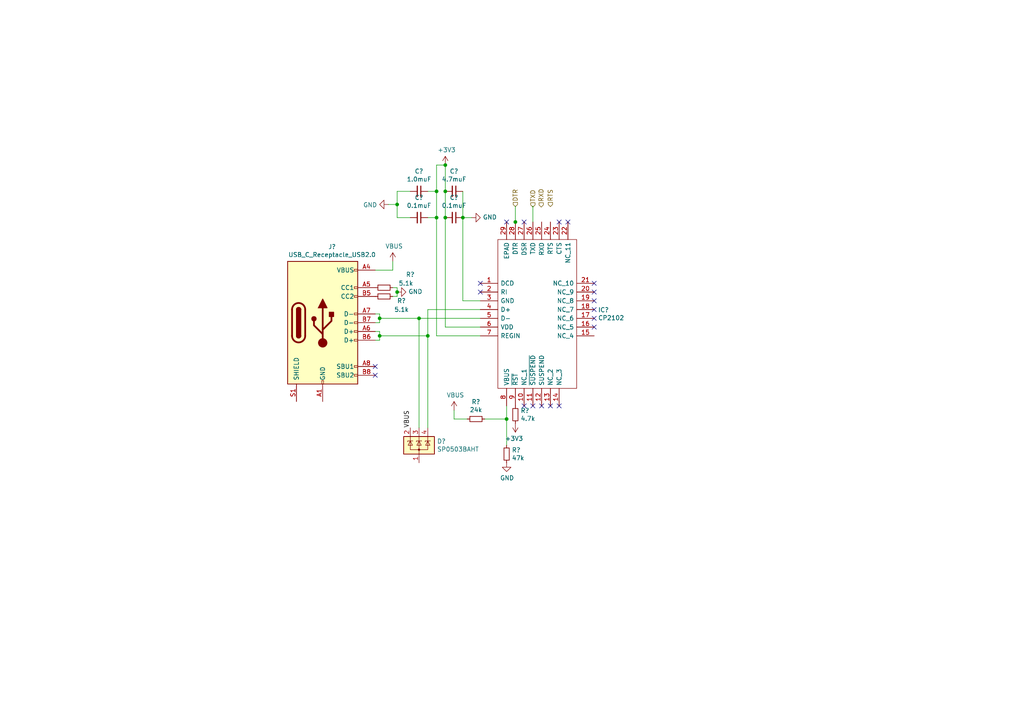
<source format=kicad_sch>
(kicad_sch (version 20211123) (generator eeschema)

  (uuid 313530c0-d6d5-4d5d-8f1d-def07249aa39)

  (paper "A4")

  (lib_symbols
    (symbol "Connector:USB_C_Receptacle_USB2.0" (pin_names (offset 1.016)) (in_bom yes) (on_board yes)
      (property "Reference" "J" (id 0) (at -10.16 19.05 0)
        (effects (font (size 1.27 1.27)) (justify left))
      )
      (property "Value" "USB_C_Receptacle_USB2.0" (id 1) (at 19.05 19.05 0)
        (effects (font (size 1.27 1.27)) (justify right))
      )
      (property "Footprint" "" (id 2) (at 3.81 0 0)
        (effects (font (size 1.27 1.27)) hide)
      )
      (property "Datasheet" "https://www.usb.org/sites/default/files/documents/usb_type-c.zip" (id 3) (at 3.81 0 0)
        (effects (font (size 1.27 1.27)) hide)
      )
      (property "ki_keywords" "usb universal serial bus type-C USB2.0" (id 4) (at 0 0 0)
        (effects (font (size 1.27 1.27)) hide)
      )
      (property "ki_description" "USB 2.0-only Type-C Receptacle connector" (id 5) (at 0 0 0)
        (effects (font (size 1.27 1.27)) hide)
      )
      (property "ki_fp_filters" "USB*C*Receptacle*" (id 6) (at 0 0 0)
        (effects (font (size 1.27 1.27)) hide)
      )
      (symbol "USB_C_Receptacle_USB2.0_0_0"
        (rectangle (start -0.254 -17.78) (end 0.254 -16.764)
          (stroke (width 0) (type default) (color 0 0 0 0))
          (fill (type none))
        )
        (rectangle (start 10.16 -14.986) (end 9.144 -15.494)
          (stroke (width 0) (type default) (color 0 0 0 0))
          (fill (type none))
        )
        (rectangle (start 10.16 -12.446) (end 9.144 -12.954)
          (stroke (width 0) (type default) (color 0 0 0 0))
          (fill (type none))
        )
        (rectangle (start 10.16 -4.826) (end 9.144 -5.334)
          (stroke (width 0) (type default) (color 0 0 0 0))
          (fill (type none))
        )
        (rectangle (start 10.16 -2.286) (end 9.144 -2.794)
          (stroke (width 0) (type default) (color 0 0 0 0))
          (fill (type none))
        )
        (rectangle (start 10.16 0.254) (end 9.144 -0.254)
          (stroke (width 0) (type default) (color 0 0 0 0))
          (fill (type none))
        )
        (rectangle (start 10.16 2.794) (end 9.144 2.286)
          (stroke (width 0) (type default) (color 0 0 0 0))
          (fill (type none))
        )
        (rectangle (start 10.16 7.874) (end 9.144 7.366)
          (stroke (width 0) (type default) (color 0 0 0 0))
          (fill (type none))
        )
        (rectangle (start 10.16 10.414) (end 9.144 9.906)
          (stroke (width 0) (type default) (color 0 0 0 0))
          (fill (type none))
        )
        (rectangle (start 10.16 15.494) (end 9.144 14.986)
          (stroke (width 0) (type default) (color 0 0 0 0))
          (fill (type none))
        )
      )
      (symbol "USB_C_Receptacle_USB2.0_0_1"
        (rectangle (start -10.16 17.78) (end 10.16 -17.78)
          (stroke (width 0.254) (type default) (color 0 0 0 0))
          (fill (type background))
        )
        (arc (start -8.89 -3.81) (mid -6.985 -5.715) (end -5.08 -3.81)
          (stroke (width 0.508) (type default) (color 0 0 0 0))
          (fill (type none))
        )
        (arc (start -7.62 -3.81) (mid -6.985 -4.445) (end -6.35 -3.81)
          (stroke (width 0.254) (type default) (color 0 0 0 0))
          (fill (type none))
        )
        (arc (start -7.62 -3.81) (mid -6.985 -4.445) (end -6.35 -3.81)
          (stroke (width 0.254) (type default) (color 0 0 0 0))
          (fill (type outline))
        )
        (rectangle (start -7.62 -3.81) (end -6.35 3.81)
          (stroke (width 0.254) (type default) (color 0 0 0 0))
          (fill (type outline))
        )
        (arc (start -6.35 3.81) (mid -6.985 4.445) (end -7.62 3.81)
          (stroke (width 0.254) (type default) (color 0 0 0 0))
          (fill (type none))
        )
        (arc (start -6.35 3.81) (mid -6.985 4.445) (end -7.62 3.81)
          (stroke (width 0.254) (type default) (color 0 0 0 0))
          (fill (type outline))
        )
        (arc (start -5.08 3.81) (mid -6.985 5.715) (end -8.89 3.81)
          (stroke (width 0.508) (type default) (color 0 0 0 0))
          (fill (type none))
        )
        (circle (center -2.54 1.143) (radius 0.635)
          (stroke (width 0.254) (type default) (color 0 0 0 0))
          (fill (type outline))
        )
        (circle (center 0 -5.842) (radius 1.27)
          (stroke (width 0) (type default) (color 0 0 0 0))
          (fill (type outline))
        )
        (polyline
          (pts
            (xy -8.89 -3.81)
            (xy -8.89 3.81)
          )
          (stroke (width 0.508) (type default) (color 0 0 0 0))
          (fill (type none))
        )
        (polyline
          (pts
            (xy -5.08 3.81)
            (xy -5.08 -3.81)
          )
          (stroke (width 0.508) (type default) (color 0 0 0 0))
          (fill (type none))
        )
        (polyline
          (pts
            (xy 0 -5.842)
            (xy 0 4.318)
          )
          (stroke (width 0.508) (type default) (color 0 0 0 0))
          (fill (type none))
        )
        (polyline
          (pts
            (xy 0 -3.302)
            (xy -2.54 -0.762)
            (xy -2.54 0.508)
          )
          (stroke (width 0.508) (type default) (color 0 0 0 0))
          (fill (type none))
        )
        (polyline
          (pts
            (xy 0 -2.032)
            (xy 2.54 0.508)
            (xy 2.54 1.778)
          )
          (stroke (width 0.508) (type default) (color 0 0 0 0))
          (fill (type none))
        )
        (polyline
          (pts
            (xy -1.27 4.318)
            (xy 0 6.858)
            (xy 1.27 4.318)
            (xy -1.27 4.318)
          )
          (stroke (width 0.254) (type default) (color 0 0 0 0))
          (fill (type outline))
        )
        (rectangle (start 1.905 1.778) (end 3.175 3.048)
          (stroke (width 0.254) (type default) (color 0 0 0 0))
          (fill (type outline))
        )
      )
      (symbol "USB_C_Receptacle_USB2.0_1_1"
        (pin passive line (at 0 -22.86 90) (length 5.08)
          (name "GND" (effects (font (size 1.27 1.27))))
          (number "A1" (effects (font (size 1.27 1.27))))
        )
        (pin passive line (at 0 -22.86 90) (length 5.08) hide
          (name "GND" (effects (font (size 1.27 1.27))))
          (number "A12" (effects (font (size 1.27 1.27))))
        )
        (pin passive line (at 15.24 15.24 180) (length 5.08)
          (name "VBUS" (effects (font (size 1.27 1.27))))
          (number "A4" (effects (font (size 1.27 1.27))))
        )
        (pin bidirectional line (at 15.24 10.16 180) (length 5.08)
          (name "CC1" (effects (font (size 1.27 1.27))))
          (number "A5" (effects (font (size 1.27 1.27))))
        )
        (pin bidirectional line (at 15.24 -2.54 180) (length 5.08)
          (name "D+" (effects (font (size 1.27 1.27))))
          (number "A6" (effects (font (size 1.27 1.27))))
        )
        (pin bidirectional line (at 15.24 2.54 180) (length 5.08)
          (name "D-" (effects (font (size 1.27 1.27))))
          (number "A7" (effects (font (size 1.27 1.27))))
        )
        (pin bidirectional line (at 15.24 -12.7 180) (length 5.08)
          (name "SBU1" (effects (font (size 1.27 1.27))))
          (number "A8" (effects (font (size 1.27 1.27))))
        )
        (pin passive line (at 15.24 15.24 180) (length 5.08) hide
          (name "VBUS" (effects (font (size 1.27 1.27))))
          (number "A9" (effects (font (size 1.27 1.27))))
        )
        (pin passive line (at 0 -22.86 90) (length 5.08) hide
          (name "GND" (effects (font (size 1.27 1.27))))
          (number "B1" (effects (font (size 1.27 1.27))))
        )
        (pin passive line (at 0 -22.86 90) (length 5.08) hide
          (name "GND" (effects (font (size 1.27 1.27))))
          (number "B12" (effects (font (size 1.27 1.27))))
        )
        (pin passive line (at 15.24 15.24 180) (length 5.08) hide
          (name "VBUS" (effects (font (size 1.27 1.27))))
          (number "B4" (effects (font (size 1.27 1.27))))
        )
        (pin bidirectional line (at 15.24 7.62 180) (length 5.08)
          (name "CC2" (effects (font (size 1.27 1.27))))
          (number "B5" (effects (font (size 1.27 1.27))))
        )
        (pin bidirectional line (at 15.24 -5.08 180) (length 5.08)
          (name "D+" (effects (font (size 1.27 1.27))))
          (number "B6" (effects (font (size 1.27 1.27))))
        )
        (pin bidirectional line (at 15.24 0 180) (length 5.08)
          (name "D-" (effects (font (size 1.27 1.27))))
          (number "B7" (effects (font (size 1.27 1.27))))
        )
        (pin bidirectional line (at 15.24 -15.24 180) (length 5.08)
          (name "SBU2" (effects (font (size 1.27 1.27))))
          (number "B8" (effects (font (size 1.27 1.27))))
        )
        (pin passive line (at 15.24 15.24 180) (length 5.08) hide
          (name "VBUS" (effects (font (size 1.27 1.27))))
          (number "B9" (effects (font (size 1.27 1.27))))
        )
        (pin passive line (at -7.62 -22.86 90) (length 5.08)
          (name "SHIELD" (effects (font (size 1.27 1.27))))
          (number "S1" (effects (font (size 1.27 1.27))))
        )
      )
    )
    (symbol "Device:C_Small" (pin_numbers hide) (pin_names (offset 0.254) hide) (in_bom yes) (on_board yes)
      (property "Reference" "C" (id 0) (at 0.254 1.778 0)
        (effects (font (size 1.27 1.27)) (justify left))
      )
      (property "Value" "C_Small" (id 1) (at 0.254 -2.032 0)
        (effects (font (size 1.27 1.27)) (justify left))
      )
      (property "Footprint" "" (id 2) (at 0 0 0)
        (effects (font (size 1.27 1.27)) hide)
      )
      (property "Datasheet" "~" (id 3) (at 0 0 0)
        (effects (font (size 1.27 1.27)) hide)
      )
      (property "ki_keywords" "capacitor cap" (id 4) (at 0 0 0)
        (effects (font (size 1.27 1.27)) hide)
      )
      (property "ki_description" "Unpolarized capacitor, small symbol" (id 5) (at 0 0 0)
        (effects (font (size 1.27 1.27)) hide)
      )
      (property "ki_fp_filters" "C_*" (id 6) (at 0 0 0)
        (effects (font (size 1.27 1.27)) hide)
      )
      (symbol "C_Small_0_1"
        (polyline
          (pts
            (xy -1.524 -0.508)
            (xy 1.524 -0.508)
          )
          (stroke (width 0.3302) (type default) (color 0 0 0 0))
          (fill (type none))
        )
        (polyline
          (pts
            (xy -1.524 0.508)
            (xy 1.524 0.508)
          )
          (stroke (width 0.3048) (type default) (color 0 0 0 0))
          (fill (type none))
        )
      )
      (symbol "C_Small_1_1"
        (pin passive line (at 0 2.54 270) (length 2.032)
          (name "~" (effects (font (size 1.27 1.27))))
          (number "1" (effects (font (size 1.27 1.27))))
        )
        (pin passive line (at 0 -2.54 90) (length 2.032)
          (name "~" (effects (font (size 1.27 1.27))))
          (number "2" (effects (font (size 1.27 1.27))))
        )
      )
    )
    (symbol "Device:R_Small" (pin_numbers hide) (pin_names (offset 0.254) hide) (in_bom yes) (on_board yes)
      (property "Reference" "R" (id 0) (at 0.762 0.508 0)
        (effects (font (size 1.27 1.27)) (justify left))
      )
      (property "Value" "R_Small" (id 1) (at 0.762 -1.016 0)
        (effects (font (size 1.27 1.27)) (justify left))
      )
      (property "Footprint" "" (id 2) (at 0 0 0)
        (effects (font (size 1.27 1.27)) hide)
      )
      (property "Datasheet" "~" (id 3) (at 0 0 0)
        (effects (font (size 1.27 1.27)) hide)
      )
      (property "ki_keywords" "R resistor" (id 4) (at 0 0 0)
        (effects (font (size 1.27 1.27)) hide)
      )
      (property "ki_description" "Resistor, small symbol" (id 5) (at 0 0 0)
        (effects (font (size 1.27 1.27)) hide)
      )
      (property "ki_fp_filters" "R_*" (id 6) (at 0 0 0)
        (effects (font (size 1.27 1.27)) hide)
      )
      (symbol "R_Small_0_1"
        (rectangle (start -0.762 1.778) (end 0.762 -1.778)
          (stroke (width 0.2032) (type default) (color 0 0 0 0))
          (fill (type none))
        )
      )
      (symbol "R_Small_1_1"
        (pin passive line (at 0 2.54 270) (length 0.762)
          (name "~" (effects (font (size 1.27 1.27))))
          (number "1" (effects (font (size 1.27 1.27))))
        )
        (pin passive line (at 0 -2.54 90) (length 0.762)
          (name "~" (effects (font (size 1.27 1.27))))
          (number "2" (effects (font (size 1.27 1.27))))
        )
      )
    )
    (symbol "Power_Protection:SP0503BAHT" (pin_names hide) (in_bom yes) (on_board yes)
      (property "Reference" "D" (id 0) (at 5.715 2.54 0)
        (effects (font (size 1.27 1.27)) (justify left))
      )
      (property "Value" "SP0503BAHT" (id 1) (at 5.715 0.635 0)
        (effects (font (size 1.27 1.27)) (justify left))
      )
      (property "Footprint" "Package_TO_SOT_SMD:SOT-143" (id 2) (at 5.715 -1.27 0)
        (effects (font (size 1.27 1.27)) (justify left) hide)
      )
      (property "Datasheet" "http://www.littelfuse.com/~/media/files/littelfuse/technical%20resources/documents/data%20sheets/sp05xxba.pdf" (id 3) (at 3.175 3.175 0)
        (effects (font (size 1.27 1.27)) hide)
      )
      (property "ki_keywords" "usb esd protection suppression transient" (id 4) (at 0 0 0)
        (effects (font (size 1.27 1.27)) hide)
      )
      (property "ki_description" "TVS Diode Array, 5.5V Standoff, 3 Channels, SOT-143 package" (id 5) (at 0 0 0)
        (effects (font (size 1.27 1.27)) hide)
      )
      (property "ki_fp_filters" "SOT?143*" (id 6) (at 0 0 0)
        (effects (font (size 1.27 1.27)) hide)
      )
      (symbol "SP0503BAHT_0_0"
        (pin passive line (at 0 -5.08 90) (length 2.54)
          (name "A" (effects (font (size 1.27 1.27))))
          (number "1" (effects (font (size 1.27 1.27))))
        )
      )
      (symbol "SP0503BAHT_0_1"
        (rectangle (start -4.445 2.54) (end 4.445 -2.54)
          (stroke (width 0.254) (type default) (color 0 0 0 0))
          (fill (type background))
        )
        (circle (center 0 -1.27) (radius 0.254)
          (stroke (width 0) (type default) (color 0 0 0 0))
          (fill (type outline))
        )
        (polyline
          (pts
            (xy -2.54 2.54)
            (xy -2.54 1.27)
          )
          (stroke (width 0) (type default) (color 0 0 0 0))
          (fill (type none))
        )
        (polyline
          (pts
            (xy 0 -1.27)
            (xy 0 -2.54)
          )
          (stroke (width 0) (type default) (color 0 0 0 0))
          (fill (type none))
        )
        (polyline
          (pts
            (xy 0 -1.27)
            (xy 0 1.27)
          )
          (stroke (width 0) (type default) (color 0 0 0 0))
          (fill (type none))
        )
        (polyline
          (pts
            (xy 0 2.54)
            (xy 0 1.27)
          )
          (stroke (width 0) (type default) (color 0 0 0 0))
          (fill (type none))
        )
        (polyline
          (pts
            (xy 0.635 1.27)
            (xy 0.762 1.27)
          )
          (stroke (width 0) (type default) (color 0 0 0 0))
          (fill (type none))
        )
        (polyline
          (pts
            (xy 2.54 2.54)
            (xy 2.54 1.27)
          )
          (stroke (width 0) (type default) (color 0 0 0 0))
          (fill (type none))
        )
        (polyline
          (pts
            (xy 0.635 1.27)
            (xy -0.762 1.27)
            (xy -0.762 1.016)
          )
          (stroke (width 0) (type default) (color 0 0 0 0))
          (fill (type none))
        )
        (polyline
          (pts
            (xy -3.302 1.016)
            (xy -3.302 1.27)
            (xy -1.905 1.27)
            (xy -1.778 1.27)
          )
          (stroke (width 0) (type default) (color 0 0 0 0))
          (fill (type none))
        )
        (polyline
          (pts
            (xy -2.54 1.27)
            (xy -2.54 -1.27)
            (xy 2.54 -1.27)
            (xy 2.54 1.27)
          )
          (stroke (width 0) (type default) (color 0 0 0 0))
          (fill (type none))
        )
        (polyline
          (pts
            (xy -2.54 1.27)
            (xy -1.905 0)
            (xy -3.175 0)
            (xy -2.54 1.27)
          )
          (stroke (width 0) (type default) (color 0 0 0 0))
          (fill (type none))
        )
        (polyline
          (pts
            (xy 0.635 0)
            (xy -0.635 0)
            (xy 0 1.27)
            (xy 0.635 0)
          )
          (stroke (width 0) (type default) (color 0 0 0 0))
          (fill (type none))
        )
        (polyline
          (pts
            (xy 1.778 1.016)
            (xy 1.778 1.27)
            (xy 3.175 1.27)
            (xy 3.302 1.27)
          )
          (stroke (width 0) (type default) (color 0 0 0 0))
          (fill (type none))
        )
        (polyline
          (pts
            (xy 2.54 1.27)
            (xy 1.905 0)
            (xy 3.175 0)
            (xy 2.54 1.27)
          )
          (stroke (width 0) (type default) (color 0 0 0 0))
          (fill (type none))
        )
      )
      (symbol "SP0503BAHT_1_1"
        (pin passive line (at -2.54 5.08 270) (length 2.54)
          (name "K" (effects (font (size 1.27 1.27))))
          (number "2" (effects (font (size 1.27 1.27))))
        )
        (pin passive line (at 0 5.08 270) (length 2.54)
          (name "K" (effects (font (size 1.27 1.27))))
          (number "3" (effects (font (size 1.27 1.27))))
        )
        (pin passive line (at 2.54 5.08 270) (length 2.54)
          (name "K" (effects (font (size 1.27 1.27))))
          (number "4" (effects (font (size 1.27 1.27))))
        )
      )
    )
    (symbol "iclr:CP2102" (pin_names (offset 0.762)) (in_bom yes) (on_board yes)
      (property "Reference" "IC" (id 0) (at 29.21 17.78 0)
        (effects (font (size 1.27 1.27)) (justify left))
      )
      (property "Value" "CP2102" (id 1) (at 29.21 15.24 0)
        (effects (font (size 1.27 1.27)) (justify left))
      )
      (property "Footprint" "QFN50P500X500X100-29N-D" (id 2) (at 29.21 12.7 0)
        (effects (font (size 1.27 1.27)) (justify left) hide)
      )
      (property "Datasheet" "https://componentsearchengine.com/Datasheets/1/CP2102.pdf" (id 3) (at 29.21 10.16 0)
        (effects (font (size 1.27 1.27)) (justify left) hide)
      )
      (property "Description" "USB Interface IC" (id 4) (at 29.21 7.62 0)
        (effects (font (size 1.27 1.27)) (justify left) hide)
      )
      (property "Height" "1" (id 5) (at 29.21 5.08 0)
        (effects (font (size 1.27 1.27)) (justify left) hide)
      )
      (property "Manufacturer_Name" "Silicon Labs" (id 6) (at 29.21 2.54 0)
        (effects (font (size 1.27 1.27)) (justify left) hide)
      )
      (property "Manufacturer_Part_Number" "CP2102" (id 7) (at 29.21 0 0)
        (effects (font (size 1.27 1.27)) (justify left) hide)
      )
      (property "Mouser Part Number" "634-CP2102" (id 8) (at 29.21 -2.54 0)
        (effects (font (size 1.27 1.27)) (justify left) hide)
      )
      (property "Mouser Price/Stock" "https://www.mouser.co.uk/ProductDetail/Silicon-Labs/CP2102?qs=ucY0lxHzU7615lOm95XT0w%3D%3D" (id 9) (at 29.21 -5.08 0)
        (effects (font (size 1.27 1.27)) (justify left) hide)
      )
      (property "ki_description" "USB Interface IC" (id 10) (at 0 0 0)
        (effects (font (size 1.27 1.27)) hide)
      )
      (symbol "CP2102_0_0"
        (pin passive line (at 0 0 0) (length 5.08)
          (name "DCD" (effects (font (size 1.27 1.27))))
          (number "1" (effects (font (size 1.27 1.27))))
        )
        (pin passive line (at 12.7 -35.56 90) (length 5.08)
          (name "NC_1" (effects (font (size 1.27 1.27))))
          (number "10" (effects (font (size 1.27 1.27))))
        )
        (pin passive line (at 15.24 -35.56 90) (length 5.08)
          (name "~{SUSPEND}" (effects (font (size 1.27 1.27))))
          (number "11" (effects (font (size 1.27 1.27))))
        )
        (pin passive line (at 17.78 -35.56 90) (length 5.08)
          (name "SUSPEND" (effects (font (size 1.27 1.27))))
          (number "12" (effects (font (size 1.27 1.27))))
        )
        (pin passive line (at 20.32 -35.56 90) (length 5.08)
          (name "NC_2" (effects (font (size 1.27 1.27))))
          (number "13" (effects (font (size 1.27 1.27))))
        )
        (pin passive line (at 22.86 -35.56 90) (length 5.08)
          (name "NC_3" (effects (font (size 1.27 1.27))))
          (number "14" (effects (font (size 1.27 1.27))))
        )
        (pin passive line (at 33.02 -15.24 180) (length 5.08)
          (name "NC_4" (effects (font (size 1.27 1.27))))
          (number "15" (effects (font (size 1.27 1.27))))
        )
        (pin passive line (at 33.02 -12.7 180) (length 5.08)
          (name "NC_5" (effects (font (size 1.27 1.27))))
          (number "16" (effects (font (size 1.27 1.27))))
        )
        (pin passive line (at 33.02 -10.16 180) (length 5.08)
          (name "NC_6" (effects (font (size 1.27 1.27))))
          (number "17" (effects (font (size 1.27 1.27))))
        )
        (pin passive line (at 33.02 -7.62 180) (length 5.08)
          (name "NC_7" (effects (font (size 1.27 1.27))))
          (number "18" (effects (font (size 1.27 1.27))))
        )
        (pin passive line (at 33.02 -5.08 180) (length 5.08)
          (name "NC_8" (effects (font (size 1.27 1.27))))
          (number "19" (effects (font (size 1.27 1.27))))
        )
        (pin passive line (at 0 -2.54 0) (length 5.08)
          (name "RI" (effects (font (size 1.27 1.27))))
          (number "2" (effects (font (size 1.27 1.27))))
        )
        (pin passive line (at 33.02 -2.54 180) (length 5.08)
          (name "NC_9" (effects (font (size 1.27 1.27))))
          (number "20" (effects (font (size 1.27 1.27))))
        )
        (pin passive line (at 33.02 0 180) (length 5.08)
          (name "NC_10" (effects (font (size 1.27 1.27))))
          (number "21" (effects (font (size 1.27 1.27))))
        )
        (pin passive line (at 25.4 17.78 270) (length 5.08)
          (name "NC_11" (effects (font (size 1.27 1.27))))
          (number "22" (effects (font (size 1.27 1.27))))
        )
        (pin passive line (at 22.86 17.78 270) (length 5.08)
          (name "CTS" (effects (font (size 1.27 1.27))))
          (number "23" (effects (font (size 1.27 1.27))))
        )
        (pin passive line (at 20.32 17.78 270) (length 5.08)
          (name "RTS" (effects (font (size 1.27 1.27))))
          (number "24" (effects (font (size 1.27 1.27))))
        )
        (pin passive line (at 17.78 17.78 270) (length 5.08)
          (name "RXD" (effects (font (size 1.27 1.27))))
          (number "25" (effects (font (size 1.27 1.27))))
        )
        (pin passive line (at 15.24 17.78 270) (length 5.08)
          (name "TXD" (effects (font (size 1.27 1.27))))
          (number "26" (effects (font (size 1.27 1.27))))
        )
        (pin passive line (at 12.7 17.78 270) (length 5.08)
          (name "DSR" (effects (font (size 1.27 1.27))))
          (number "27" (effects (font (size 1.27 1.27))))
        )
        (pin passive line (at 10.16 17.78 270) (length 5.08)
          (name "DTR" (effects (font (size 1.27 1.27))))
          (number "28" (effects (font (size 1.27 1.27))))
        )
        (pin passive line (at 7.62 17.78 270) (length 5.08)
          (name "EPAD" (effects (font (size 1.27 1.27))))
          (number "29" (effects (font (size 1.27 1.27))))
        )
        (pin passive line (at 0 -5.08 0) (length 5.08)
          (name "GND" (effects (font (size 1.27 1.27))))
          (number "3" (effects (font (size 1.27 1.27))))
        )
        (pin passive line (at 0 -7.62 0) (length 5.08)
          (name "D+" (effects (font (size 1.27 1.27))))
          (number "4" (effects (font (size 1.27 1.27))))
        )
        (pin passive line (at 0 -10.16 0) (length 5.08)
          (name "D-" (effects (font (size 1.27 1.27))))
          (number "5" (effects (font (size 1.27 1.27))))
        )
        (pin passive line (at 0 -12.7 0) (length 5.08)
          (name "VDD" (effects (font (size 1.27 1.27))))
          (number "6" (effects (font (size 1.27 1.27))))
        )
        (pin passive line (at 0 -15.24 0) (length 5.08)
          (name "REGIN" (effects (font (size 1.27 1.27))))
          (number "7" (effects (font (size 1.27 1.27))))
        )
        (pin passive line (at 7.62 -35.56 90) (length 5.08)
          (name "VBUS" (effects (font (size 1.27 1.27))))
          (number "8" (effects (font (size 1.27 1.27))))
        )
        (pin passive line (at 10.16 -35.56 90) (length 5.08)
          (name "~{RST}" (effects (font (size 1.27 1.27))))
          (number "9" (effects (font (size 1.27 1.27))))
        )
      )
      (symbol "CP2102_0_1"
        (polyline
          (pts
            (xy 5.08 12.7)
            (xy 27.94 12.7)
            (xy 27.94 -30.48)
            (xy 5.08 -30.48)
            (xy 5.08 12.7)
          )
          (stroke (width 0.1524) (type default) (color 0 0 0 0))
          (fill (type none))
        )
      )
    )
    (symbol "power:+3.3V" (power) (pin_names (offset 0)) (in_bom yes) (on_board yes)
      (property "Reference" "#PWR" (id 0) (at 0 -3.81 0)
        (effects (font (size 1.27 1.27)) hide)
      )
      (property "Value" "+3.3V" (id 1) (at 0 3.556 0)
        (effects (font (size 1.27 1.27)))
      )
      (property "Footprint" "" (id 2) (at 0 0 0)
        (effects (font (size 1.27 1.27)) hide)
      )
      (property "Datasheet" "" (id 3) (at 0 0 0)
        (effects (font (size 1.27 1.27)) hide)
      )
      (property "ki_keywords" "power-flag" (id 4) (at 0 0 0)
        (effects (font (size 1.27 1.27)) hide)
      )
      (property "ki_description" "Power symbol creates a global label with name \"+3.3V\"" (id 5) (at 0 0 0)
        (effects (font (size 1.27 1.27)) hide)
      )
      (symbol "+3.3V_0_1"
        (polyline
          (pts
            (xy -0.762 1.27)
            (xy 0 2.54)
          )
          (stroke (width 0) (type default) (color 0 0 0 0))
          (fill (type none))
        )
        (polyline
          (pts
            (xy 0 0)
            (xy 0 2.54)
          )
          (stroke (width 0) (type default) (color 0 0 0 0))
          (fill (type none))
        )
        (polyline
          (pts
            (xy 0 2.54)
            (xy 0.762 1.27)
          )
          (stroke (width 0) (type default) (color 0 0 0 0))
          (fill (type none))
        )
      )
      (symbol "+3.3V_1_1"
        (pin power_in line (at 0 0 90) (length 0) hide
          (name "+3V3" (effects (font (size 1.27 1.27))))
          (number "1" (effects (font (size 1.27 1.27))))
        )
      )
    )
    (symbol "power:GND" (power) (pin_names (offset 0)) (in_bom yes) (on_board yes)
      (property "Reference" "#PWR" (id 0) (at 0 -6.35 0)
        (effects (font (size 1.27 1.27)) hide)
      )
      (property "Value" "GND" (id 1) (at 0 -3.81 0)
        (effects (font (size 1.27 1.27)))
      )
      (property "Footprint" "" (id 2) (at 0 0 0)
        (effects (font (size 1.27 1.27)) hide)
      )
      (property "Datasheet" "" (id 3) (at 0 0 0)
        (effects (font (size 1.27 1.27)) hide)
      )
      (property "ki_keywords" "power-flag" (id 4) (at 0 0 0)
        (effects (font (size 1.27 1.27)) hide)
      )
      (property "ki_description" "Power symbol creates a global label with name \"GND\" , ground" (id 5) (at 0 0 0)
        (effects (font (size 1.27 1.27)) hide)
      )
      (symbol "GND_0_1"
        (polyline
          (pts
            (xy 0 0)
            (xy 0 -1.27)
            (xy 1.27 -1.27)
            (xy 0 -2.54)
            (xy -1.27 -1.27)
            (xy 0 -1.27)
          )
          (stroke (width 0) (type default) (color 0 0 0 0))
          (fill (type none))
        )
      )
      (symbol "GND_1_1"
        (pin power_in line (at 0 0 270) (length 0) hide
          (name "GND" (effects (font (size 1.27 1.27))))
          (number "1" (effects (font (size 1.27 1.27))))
        )
      )
    )
    (symbol "power:VBUS" (power) (pin_names (offset 0)) (in_bom yes) (on_board yes)
      (property "Reference" "#PWR" (id 0) (at 0 -3.81 0)
        (effects (font (size 1.27 1.27)) hide)
      )
      (property "Value" "VBUS" (id 1) (at 0 3.81 0)
        (effects (font (size 1.27 1.27)))
      )
      (property "Footprint" "" (id 2) (at 0 0 0)
        (effects (font (size 1.27 1.27)) hide)
      )
      (property "Datasheet" "" (id 3) (at 0 0 0)
        (effects (font (size 1.27 1.27)) hide)
      )
      (property "ki_keywords" "power-flag" (id 4) (at 0 0 0)
        (effects (font (size 1.27 1.27)) hide)
      )
      (property "ki_description" "Power symbol creates a global label with name \"VBUS\"" (id 5) (at 0 0 0)
        (effects (font (size 1.27 1.27)) hide)
      )
      (symbol "VBUS_0_1"
        (polyline
          (pts
            (xy -0.762 1.27)
            (xy 0 2.54)
          )
          (stroke (width 0) (type default) (color 0 0 0 0))
          (fill (type none))
        )
        (polyline
          (pts
            (xy 0 0)
            (xy 0 2.54)
          )
          (stroke (width 0) (type default) (color 0 0 0 0))
          (fill (type none))
        )
        (polyline
          (pts
            (xy 0 2.54)
            (xy 0.762 1.27)
          )
          (stroke (width 0) (type default) (color 0 0 0 0))
          (fill (type none))
        )
      )
      (symbol "VBUS_1_1"
        (pin power_in line (at 0 0 90) (length 0) hide
          (name "VBUS" (effects (font (size 1.27 1.27))))
          (number "1" (effects (font (size 1.27 1.27))))
        )
      )
    )
  )

  (junction (at 121.539 92.329) (diameter 0) (color 0 0 0 0)
    (uuid 16120cef-f140-4c5a-a97b-1b66f47121c6)
  )
  (junction (at 129.159 63.119) (diameter 0) (color 0 0 0 0)
    (uuid 18f21aac-4a87-43d3-a1a2-26b77828a930)
  )
  (junction (at 146.939 121.539) (diameter 0) (color 0 0 0 0)
    (uuid 1c29b3e8-5e6e-43f9-817b-e1628b7d5376)
  )
  (junction (at 110.109 97.409) (diameter 0) (color 0 0 0 0)
    (uuid 48dc974a-e1b5-4656-b1ee-1ed4f0c2896b)
  )
  (junction (at 115.189 59.309) (diameter 0) (color 0 0 0 0)
    (uuid 4936daab-87ad-422b-b2aa-4c1e6cb463e6)
  )
  (junction (at 126.619 55.499) (diameter 0) (color 0 0 0 0)
    (uuid 9206abc1-a095-477c-af9b-23ed1abdf9a5)
  )
  (junction (at 134.239 63.119) (diameter 0) (color 0 0 0 0)
    (uuid a22b78da-ae50-47b2-8f45-011df489b79b)
  )
  (junction (at 110.109 92.329) (diameter 0) (color 0 0 0 0)
    (uuid a5b742f3-f79e-4eab-98b1-2a8b131ffd3e)
  )
  (junction (at 115.189 84.709) (diameter 0) (color 0 0 0 0)
    (uuid ac0e8ce3-0c4f-43f9-9ab9-0ad4d5de4711)
  )
  (junction (at 124.079 97.409) (diameter 0) (color 0 0 0 0)
    (uuid b7127976-bbfa-403a-8998-9b6fbfd3a732)
  )
  (junction (at 126.619 63.119) (diameter 0) (color 0 0 0 0)
    (uuid bc2a6774-22ad-4979-adcc-c101f68ebb51)
  )
  (junction (at 149.479 64.389) (diameter 0) (color 0 0 0 0)
    (uuid d0ecfd1e-4afc-43fe-bc50-3093d11dd098)
  )
  (junction (at 129.159 55.499) (diameter 0) (color 0 0 0 0)
    (uuid dea9e512-9945-4073-82b6-d3fe72f942ef)
  )
  (junction (at 129.159 47.879) (diameter 0) (color 0 0 0 0)
    (uuid fced4cc4-c3d9-4818-9180-22738122b250)
  )

  (no_connect (at 172.339 82.169) (uuid 0491b144-f0a3-4d5d-9946-8536328db40a))
  (no_connect (at 139.319 82.169) (uuid 0ecb979c-7a4f-409d-9dc0-d23ce239d948))
  (no_connect (at 154.559 117.729) (uuid 16cc9288-2f90-4f86-8b6e-6a9c7de22557))
  (no_connect (at 139.319 84.709) (uuid 265c9e1a-61ef-4c8b-99b9-df5655e75f76))
  (no_connect (at 108.839 108.839) (uuid 38847e00-666d-4419-96b5-5d8019e0ed53))
  (no_connect (at 172.339 84.709) (uuid 46185e03-5168-41d3-98ba-38babc06c3ba))
  (no_connect (at 162.179 117.729) (uuid 55a0d1da-2c6a-4997-abd8-15f0724fe33b))
  (no_connect (at 172.339 92.329) (uuid 55c5be08-c9b3-40c5-b92f-7e638d7e63ee))
  (no_connect (at 164.719 64.389) (uuid 75088919-041f-4c1d-a2b8-7b0cd6927400))
  (no_connect (at 172.339 87.249) (uuid 7a2fa402-3ed9-4b9b-ab5b-40b04dcb7d2a))
  (no_connect (at 152.019 64.389) (uuid 7e6fce2f-5805-4f0d-9d49-b98859fd15a7))
  (no_connect (at 146.939 64.389) (uuid 889be9bf-bc7a-4a95-8063-13a928aed362))
  (no_connect (at 108.839 106.299) (uuid a0b08ad4-39e7-47e6-8c82-a38ec7d998b2))
  (no_connect (at 162.179 64.389) (uuid a748923f-4a31-471d-8037-d911656272a3))
  (no_connect (at 172.339 89.789) (uuid b3188816-09d3-439c-98ae-910a6de4a3be))
  (no_connect (at 157.099 117.729) (uuid c1429f6a-e092-4667-8a8b-bde018d3f4d3))
  (no_connect (at 159.639 117.729) (uuid c6e03d69-3b57-4242-987e-617ae3e99df4))
  (no_connect (at 152.019 117.729) (uuid e9b10680-d02d-418a-a66f-31076c79be10))
  (no_connect (at 172.339 94.869) (uuid fc5455f0-9f16-4674-a046-bf7734e9f5b8))

  (wire (pts (xy 110.109 92.329) (xy 110.109 93.599))
    (stroke (width 0) (type default) (color 0 0 0 0))
    (uuid 0731282d-d301-44e9-9695-aa41790843fa)
  )
  (wire (pts (xy 110.109 91.059) (xy 110.109 92.329))
    (stroke (width 0) (type default) (color 0 0 0 0))
    (uuid 18a6a6fa-7e7e-4839-abf8-d8ab2a813e55)
  )
  (wire (pts (xy 154.432 59.817) (xy 154.559 59.817))
    (stroke (width 0) (type default) (color 0 0 0 0))
    (uuid 19024c39-ee5c-45d7-901c-a0c973c1e921)
  )
  (wire (pts (xy 126.619 63.119) (xy 126.619 55.499))
    (stroke (width 0) (type default) (color 0 0 0 0))
    (uuid 1eaaf0f8-f7cd-447a-a897-4a5f9b7f569b)
  )
  (wire (pts (xy 115.189 83.439) (xy 115.189 84.709))
    (stroke (width 0) (type default) (color 0 0 0 0))
    (uuid 3599987d-dd58-415c-81c6-0f3c5336daee)
  )
  (wire (pts (xy 149.479 64.389) (xy 149.479 64.643))
    (stroke (width 0) (type default) (color 0 0 0 0))
    (uuid 363a9443-8bf0-466f-bbe9-a0d86e63aa3d)
  )
  (wire (pts (xy 126.619 55.499) (xy 126.619 47.879))
    (stroke (width 0) (type default) (color 0 0 0 0))
    (uuid 3865a852-8375-4606-809e-f25068e998fb)
  )
  (wire (pts (xy 139.319 97.409) (xy 126.619 97.409))
    (stroke (width 0) (type default) (color 0 0 0 0))
    (uuid 3bbe6a1d-96f1-494a-b935-f7bb68461f0f)
  )
  (wire (pts (xy 126.619 47.879) (xy 129.159 47.879))
    (stroke (width 0) (type default) (color 0 0 0 0))
    (uuid 419f863a-5a0b-4a00-9870-f066d81cc4e1)
  )
  (wire (pts (xy 113.919 83.439) (xy 115.189 83.439))
    (stroke (width 0) (type default) (color 0 0 0 0))
    (uuid 427aa9d6-e998-4da6-91fa-7d5a0801f566)
  )
  (wire (pts (xy 110.109 97.409) (xy 110.109 98.679))
    (stroke (width 0) (type default) (color 0 0 0 0))
    (uuid 48f35a83-cca6-4ff5-aa70-f875da4c2d2f)
  )
  (wire (pts (xy 139.319 94.869) (xy 129.159 94.869))
    (stroke (width 0) (type default) (color 0 0 0 0))
    (uuid 4f364622-9d70-4c4a-b261-b8fc907c2bd6)
  )
  (wire (pts (xy 136.779 63.119) (xy 134.239 63.119))
    (stroke (width 0) (type default) (color 0 0 0 0))
    (uuid 50e590f6-53e9-4b86-b9f9-0b3d544c59d9)
  )
  (wire (pts (xy 154.559 64.389) (xy 154.559 59.817))
    (stroke (width 0) (type default) (color 0 0 0 0))
    (uuid 51d9bd26-2687-4664-81d9-ff496cbceccb)
  )
  (wire (pts (xy 115.189 63.119) (xy 118.999 63.119))
    (stroke (width 0) (type default) (color 0 0 0 0))
    (uuid 548bd154-819b-42db-a014-8e685035b65a)
  )
  (wire (pts (xy 131.699 121.539) (xy 135.509 121.539))
    (stroke (width 0) (type default) (color 0 0 0 0))
    (uuid 54dc09fb-becf-4481-88d7-c6c2ac3fe6df)
  )
  (wire (pts (xy 134.239 63.119) (xy 134.239 87.249))
    (stroke (width 0) (type default) (color 0 0 0 0))
    (uuid 557b1840-af4a-49e4-a679-1f1f5422ed55)
  )
  (wire (pts (xy 124.079 89.789) (xy 139.319 89.789))
    (stroke (width 0) (type default) (color 0 0 0 0))
    (uuid 697fe063-3f61-4af8-9e92-d4f79be169d4)
  )
  (wire (pts (xy 134.239 55.499) (xy 134.239 63.119))
    (stroke (width 0) (type default) (color 0 0 0 0))
    (uuid 6dc40ad6-e921-498b-a1f5-8c1acccb0688)
  )
  (wire (pts (xy 118.999 55.499) (xy 115.189 55.499))
    (stroke (width 0) (type default) (color 0 0 0 0))
    (uuid 743073e6-fb42-4935-b0ad-3b453235ec35)
  )
  (wire (pts (xy 134.239 87.249) (xy 139.319 87.249))
    (stroke (width 0) (type default) (color 0 0 0 0))
    (uuid 76640845-36a3-44c6-8890-ffce1a9ba757)
  )
  (wire (pts (xy 110.109 96.139) (xy 110.109 97.409))
    (stroke (width 0) (type default) (color 0 0 0 0))
    (uuid 7b5eb791-14dd-4f8b-9d81-55fbfb0198a8)
  )
  (wire (pts (xy 146.939 121.539) (xy 146.939 129.159))
    (stroke (width 0) (type default) (color 0 0 0 0))
    (uuid 839d67c9-992b-4d9d-8bee-f180c82473d1)
  )
  (wire (pts (xy 149.479 59.817) (xy 149.479 64.389))
    (stroke (width 0) (type default) (color 0 0 0 0))
    (uuid 8acbd9c7-742b-416a-944f-955005c0150f)
  )
  (wire (pts (xy 115.189 85.979) (xy 113.919 85.979))
    (stroke (width 0) (type default) (color 0 0 0 0))
    (uuid 8e026fee-5cf2-4f90-93b9-f250090d8b37)
  )
  (wire (pts (xy 110.109 97.409) (xy 124.079 97.409))
    (stroke (width 0) (type default) (color 0 0 0 0))
    (uuid 8ec48f3b-5c8e-4dfc-8bc8-606b660e5664)
  )
  (wire (pts (xy 129.159 94.869) (xy 129.159 63.119))
    (stroke (width 0) (type default) (color 0 0 0 0))
    (uuid 9007217c-91a6-47dd-9bbf-55a5ef9818a3)
  )
  (wire (pts (xy 115.189 84.709) (xy 115.189 85.979))
    (stroke (width 0) (type default) (color 0 0 0 0))
    (uuid 9a194194-76e1-4df6-b32f-30f61b492de0)
  )
  (wire (pts (xy 113.919 78.359) (xy 113.919 75.819))
    (stroke (width 0) (type default) (color 0 0 0 0))
    (uuid 9fb734cc-b170-47bd-9e75-57b6ea379ba1)
  )
  (wire (pts (xy 126.619 55.499) (xy 124.079 55.499))
    (stroke (width 0) (type default) (color 0 0 0 0))
    (uuid a03d0f3d-c3fe-4e03-bb94-bcc91c33fae5)
  )
  (wire (pts (xy 126.619 97.409) (xy 126.619 63.119))
    (stroke (width 0) (type default) (color 0 0 0 0))
    (uuid a366c4fa-2270-4551-b2e9-4f8ddd8a3776)
  )
  (wire (pts (xy 110.109 93.599) (xy 108.839 93.599))
    (stroke (width 0) (type default) (color 0 0 0 0))
    (uuid a75ae150-8a5b-4981-9fed-29d3e6cf02a0)
  )
  (wire (pts (xy 124.079 97.409) (xy 124.079 89.789))
    (stroke (width 0) (type default) (color 0 0 0 0))
    (uuid a82aead3-1c28-4bb1-af24-ec0cc6d09193)
  )
  (wire (pts (xy 129.159 63.119) (xy 129.159 55.499))
    (stroke (width 0) (type default) (color 0 0 0 0))
    (uuid aa359e50-44ac-4a5a-b926-757899987f96)
  )
  (wire (pts (xy 124.079 97.409) (xy 124.079 124.079))
    (stroke (width 0) (type default) (color 0 0 0 0))
    (uuid b0be13f4-7a23-4b37-9260-443accd9cba8)
  )
  (wire (pts (xy 140.589 121.539) (xy 146.939 121.539))
    (stroke (width 0) (type default) (color 0 0 0 0))
    (uuid b65a8839-6d75-4581-b3f8-213aefdf1be6)
  )
  (wire (pts (xy 131.699 121.539) (xy 131.699 118.999))
    (stroke (width 0) (type default) (color 0 0 0 0))
    (uuid b6a6433c-f816-4b82-96bf-4aebf518aa2f)
  )
  (wire (pts (xy 121.539 92.329) (xy 121.539 124.079))
    (stroke (width 0) (type default) (color 0 0 0 0))
    (uuid bd2b03d3-7e3b-463f-8f61-4407863a9ba9)
  )
  (wire (pts (xy 110.109 92.329) (xy 121.539 92.329))
    (stroke (width 0) (type default) (color 0 0 0 0))
    (uuid bf3f2f8b-374a-402c-9535-545bd1c1e241)
  )
  (wire (pts (xy 129.159 47.879) (xy 129.159 55.499))
    (stroke (width 0) (type default) (color 0 0 0 0))
    (uuid bfbb6f2d-8021-42ec-acb0-5173112ac375)
  )
  (wire (pts (xy 108.839 96.139) (xy 110.109 96.139))
    (stroke (width 0) (type default) (color 0 0 0 0))
    (uuid c4da4f3a-2b00-480b-8433-ae19508ec41f)
  )
  (wire (pts (xy 121.539 92.329) (xy 139.319 92.329))
    (stroke (width 0) (type default) (color 0 0 0 0))
    (uuid c66fd03a-304d-4ccf-a7b5-a6e16da0cf94)
  )
  (wire (pts (xy 115.189 59.309) (xy 115.189 63.119))
    (stroke (width 0) (type default) (color 0 0 0 0))
    (uuid c90f81af-6b36-409b-9ff6-3fcb16f11f97)
  )
  (wire (pts (xy 108.839 78.359) (xy 113.919 78.359))
    (stroke (width 0) (type default) (color 0 0 0 0))
    (uuid d0df5f81-4fcf-4bc9-a1dd-e56e02c93b9c)
  )
  (wire (pts (xy 115.189 55.499) (xy 115.189 59.309))
    (stroke (width 0) (type default) (color 0 0 0 0))
    (uuid d6494526-0248-4861-8646-45bf874fcf6a)
  )
  (wire (pts (xy 110.109 98.679) (xy 108.839 98.679))
    (stroke (width 0) (type default) (color 0 0 0 0))
    (uuid d8c4fbab-9c9f-4cd6-8b59-6d70e4f756d5)
  )
  (wire (pts (xy 146.939 121.539) (xy 146.939 117.729))
    (stroke (width 0) (type default) (color 0 0 0 0))
    (uuid e498ef5b-e9a9-4e2b-8d69-a346389d55c0)
  )
  (wire (pts (xy 115.189 59.309) (xy 112.649 59.309))
    (stroke (width 0) (type default) (color 0 0 0 0))
    (uuid eca36748-7a52-4057-9cd6-5964aef071a4)
  )
  (wire (pts (xy 126.619 63.119) (xy 124.079 63.119))
    (stroke (width 0) (type default) (color 0 0 0 0))
    (uuid f35a29ae-5da5-43b1-be34-cb382387be2d)
  )
  (wire (pts (xy 108.839 91.059) (xy 110.109 91.059))
    (stroke (width 0) (type default) (color 0 0 0 0))
    (uuid fa5f4b23-d85f-4d7d-bac6-658be964bb86)
  )

  (label "VBUS" (at 118.999 124.079 90)
    (effects (font (size 1.27 1.27)) (justify left bottom))
    (uuid dad998fb-b89c-4cc0-8dd4-efc0862158c1)
  )

  (hierarchical_label "DTR" (shape input) (at 149.479 59.944 90)
    (effects (font (size 1.27 1.27)) (justify left))
    (uuid b3e02f18-8f12-496d-88f3-6e55ad7e8277)
  )
  (hierarchical_label "RXD" (shape input) (at 156.972 60.071 90)
    (effects (font (size 1.27 1.27)) (justify left))
    (uuid ca42cc89-51dc-417d-9d74-d88fa5ac4fcc)
  )
  (hierarchical_label "RTS" (shape input) (at 159.639 59.944 90)
    (effects (font (size 1.27 1.27)) (justify left))
    (uuid e5871204-ecd5-4ba0-8ae7-115d6af7de77)
  )
  (hierarchical_label "TXD" (shape input) (at 154.559 60.071 90)
    (effects (font (size 1.27 1.27)) (justify left))
    (uuid e8ff72e8-701d-4ef6-b596-ff6c37c08ea7)
  )

  (symbol (lib_id "Device:C_Small") (at 121.539 55.499 270) (unit 1)
    (in_bom yes) (on_board yes)
    (uuid 23d7c986-ca1f-4e54-a551-aae82e6382e3)
    (property "Reference" "C?" (id 0) (at 121.539 49.6824 90))
    (property "Value" "1.0muF" (id 1) (at 121.539 51.9938 90))
    (property "Footprint" "" (id 2) (at 121.539 55.499 0)
      (effects (font (size 1.27 1.27)) hide)
    )
    (property "Datasheet" "~" (id 3) (at 121.539 55.499 0)
      (effects (font (size 1.27 1.27)) hide)
    )
    (pin "1" (uuid 997399fd-295e-45f7-b355-4cbad21dc3a8))
    (pin "2" (uuid fad45f37-f352-402d-975a-b3654b65bcde))
  )

  (symbol (lib_id "power:VBUS") (at 131.699 118.999 0) (unit 1)
    (in_bom yes) (on_board yes)
    (uuid 2babf0b2-4f51-471c-886e-e5ff6f4f1378)
    (property "Reference" "#PWR?" (id 0) (at 131.699 122.809 0)
      (effects (font (size 1.27 1.27)) hide)
    )
    (property "Value" "VBUS" (id 1) (at 132.08 114.6048 0))
    (property "Footprint" "" (id 2) (at 131.699 118.999 0)
      (effects (font (size 1.27 1.27)) hide)
    )
    (property "Datasheet" "" (id 3) (at 131.699 118.999 0)
      (effects (font (size 1.27 1.27)) hide)
    )
    (pin "1" (uuid 8fe1b51c-813d-483d-9b3a-b42a4834d162))
  )

  (symbol (lib_id "power:GND") (at 112.649 59.309 270) (unit 1)
    (in_bom yes) (on_board yes)
    (uuid 2cade80e-dc7c-4b6f-92e2-3e5c39751e19)
    (property "Reference" "#PWR?" (id 0) (at 106.299 59.309 0)
      (effects (font (size 1.27 1.27)) hide)
    )
    (property "Value" "GND" (id 1) (at 109.3978 59.436 90)
      (effects (font (size 1.27 1.27)) (justify right))
    )
    (property "Footprint" "" (id 2) (at 112.649 59.309 0)
      (effects (font (size 1.27 1.27)) hide)
    )
    (property "Datasheet" "" (id 3) (at 112.649 59.309 0)
      (effects (font (size 1.27 1.27)) hide)
    )
    (pin "1" (uuid f206900d-eb9f-4dc4-b280-fb271cba3e05))
  )

  (symbol (lib_id "power:GND") (at 136.779 63.119 90) (unit 1)
    (in_bom yes) (on_board yes)
    (uuid 31dab7c6-ecdb-4efd-b6f5-9fc0da5ec545)
    (property "Reference" "#PWR?" (id 0) (at 143.129 63.119 0)
      (effects (font (size 1.27 1.27)) hide)
    )
    (property "Value" "GND" (id 1) (at 140.0302 62.992 90)
      (effects (font (size 1.27 1.27)) (justify right))
    )
    (property "Footprint" "" (id 2) (at 136.779 63.119 0)
      (effects (font (size 1.27 1.27)) hide)
    )
    (property "Datasheet" "" (id 3) (at 136.779 63.119 0)
      (effects (font (size 1.27 1.27)) hide)
    )
    (pin "1" (uuid 4029b53c-7c40-42ba-9959-627f3384b477))
  )

  (symbol (lib_id "Device:R_Small") (at 146.939 131.699 180) (unit 1)
    (in_bom yes) (on_board yes)
    (uuid 3fdc1205-170d-4bad-a583-c2274b810ac0)
    (property "Reference" "R?" (id 0) (at 148.4376 130.5306 0)
      (effects (font (size 1.27 1.27)) (justify right))
    )
    (property "Value" "47k" (id 1) (at 148.4376 132.842 0)
      (effects (font (size 1.27 1.27)) (justify right))
    )
    (property "Footprint" "" (id 2) (at 146.939 131.699 0)
      (effects (font (size 1.27 1.27)) hide)
    )
    (property "Datasheet" "~" (id 3) (at 146.939 131.699 0)
      (effects (font (size 1.27 1.27)) hide)
    )
    (pin "1" (uuid 8d5dcac7-0ca3-47b3-b0d6-95dfddc0a1ad))
    (pin "2" (uuid 7213f912-695a-4804-93ca-860c266c2583))
  )

  (symbol (lib_id "Device:C_Small") (at 131.699 63.119 270) (unit 1)
    (in_bom yes) (on_board yes)
    (uuid 400c7a12-6a3b-4007-bebb-25fa9d8ef61f)
    (property "Reference" "C?" (id 0) (at 131.699 57.3024 90))
    (property "Value" "0.1muF" (id 1) (at 131.699 59.6138 90))
    (property "Footprint" "" (id 2) (at 131.699 63.119 0)
      (effects (font (size 1.27 1.27)) hide)
    )
    (property "Datasheet" "~" (id 3) (at 131.699 63.119 0)
      (effects (font (size 1.27 1.27)) hide)
    )
    (pin "1" (uuid 6753fb15-6b58-43d8-83e1-ebcb9e2515e3))
    (pin "2" (uuid c500017d-0fc8-497d-a0b5-573cf317a1f0))
  )

  (symbol (lib_id "power:GND") (at 115.189 84.709 90) (unit 1)
    (in_bom yes) (on_board yes)
    (uuid 5b143561-1a97-4458-adc9-ad22ebe9d9fc)
    (property "Reference" "#PWR?" (id 0) (at 121.539 84.709 0)
      (effects (font (size 1.27 1.27)) hide)
    )
    (property "Value" "GND" (id 1) (at 118.4402 84.582 90)
      (effects (font (size 1.27 1.27)) (justify right))
    )
    (property "Footprint" "" (id 2) (at 115.189 84.709 0)
      (effects (font (size 1.27 1.27)) hide)
    )
    (property "Datasheet" "" (id 3) (at 115.189 84.709 0)
      (effects (font (size 1.27 1.27)) hide)
    )
    (pin "1" (uuid 2ba1c230-7ffe-40c2-bb11-1561e5cff9f0))
  )

  (symbol (lib_id "power:+3.3V") (at 149.479 122.809 180) (unit 1)
    (in_bom yes) (on_board yes)
    (uuid 5bf85790-4294-4e1f-a566-40989fc2a6c1)
    (property "Reference" "#PWR?" (id 0) (at 149.479 118.999 0)
      (effects (font (size 1.27 1.27)) hide)
    )
    (property "Value" "+3.3V" (id 1) (at 149.098 127.2032 0))
    (property "Footprint" "" (id 2) (at 149.479 122.809 0)
      (effects (font (size 1.27 1.27)) hide)
    )
    (property "Datasheet" "" (id 3) (at 149.479 122.809 0)
      (effects (font (size 1.27 1.27)) hide)
    )
    (pin "1" (uuid 1ffa599a-7f6b-498b-b020-e8e04cf82b95))
  )

  (symbol (lib_id "Device:C_Small") (at 121.539 63.119 270) (unit 1)
    (in_bom yes) (on_board yes)
    (uuid 65f4545e-2c6b-471f-b9ab-89113820d1d3)
    (property "Reference" "C?" (id 0) (at 121.539 57.3024 90))
    (property "Value" "0.1muF" (id 1) (at 121.539 59.6138 90))
    (property "Footprint" "" (id 2) (at 121.539 63.119 0)
      (effects (font (size 1.27 1.27)) hide)
    )
    (property "Datasheet" "~" (id 3) (at 121.539 63.119 0)
      (effects (font (size 1.27 1.27)) hide)
    )
    (pin "1" (uuid 00816c65-ade9-4d81-94a0-1d2e890fbcfe))
    (pin "2" (uuid 95fd8d91-72dc-4f67-8cbd-49bc9c606d87))
  )

  (symbol (lib_id "Device:C_Small") (at 131.699 55.499 270) (unit 1)
    (in_bom yes) (on_board yes)
    (uuid 7b633069-15e7-469d-9ced-ad8bd45a7acd)
    (property "Reference" "C?" (id 0) (at 131.699 49.6824 90))
    (property "Value" "4.7muF" (id 1) (at 131.699 51.9938 90))
    (property "Footprint" "" (id 2) (at 131.699 55.499 0)
      (effects (font (size 1.27 1.27)) hide)
    )
    (property "Datasheet" "~" (id 3) (at 131.699 55.499 0)
      (effects (font (size 1.27 1.27)) hide)
    )
    (pin "1" (uuid 4b27276c-a020-47a0-9598-13004eb56bbc))
    (pin "2" (uuid 5b005225-d055-4973-87ca-04ecb2cc92fd))
  )

  (symbol (lib_id "Device:R_Small") (at 138.049 121.539 90) (unit 1)
    (in_bom yes) (on_board yes)
    (uuid 7e3b3cf8-4aae-4b66-854b-9074464bdcac)
    (property "Reference" "R?" (id 0) (at 138.049 116.5606 90))
    (property "Value" "24k" (id 1) (at 138.049 118.872 90))
    (property "Footprint" "" (id 2) (at 138.049 121.539 0)
      (effects (font (size 1.27 1.27)) hide)
    )
    (property "Datasheet" "~" (id 3) (at 138.049 121.539 0)
      (effects (font (size 1.27 1.27)) hide)
    )
    (pin "1" (uuid d5a5948f-7931-41d6-8fd5-e74e7218ad6a))
    (pin "2" (uuid 4479a794-2d7b-4540-9a0a-be6a92485855))
  )

  (symbol (lib_id "power:VBUS") (at 113.919 75.819 0) (unit 1)
    (in_bom yes) (on_board yes)
    (uuid 8e9fe9d3-3e6c-4332-ac1a-deb442358cd5)
    (property "Reference" "#PWR?" (id 0) (at 113.919 79.629 0)
      (effects (font (size 1.27 1.27)) hide)
    )
    (property "Value" "VBUS" (id 1) (at 114.3 71.4248 0))
    (property "Footprint" "" (id 2) (at 113.919 75.819 0)
      (effects (font (size 1.27 1.27)) hide)
    )
    (property "Datasheet" "" (id 3) (at 113.919 75.819 0)
      (effects (font (size 1.27 1.27)) hide)
    )
    (pin "1" (uuid 29d619e1-0e3f-4ab7-9cd9-745d43850311))
  )

  (symbol (lib_id "power:GND") (at 146.939 134.239 0) (unit 1)
    (in_bom yes) (on_board yes)
    (uuid 9160bd7c-b1e8-4696-a277-d1ed726202fe)
    (property "Reference" "#PWR?" (id 0) (at 146.939 140.589 0)
      (effects (font (size 1.27 1.27)) hide)
    )
    (property "Value" "GND" (id 1) (at 147.066 138.6332 0))
    (property "Footprint" "" (id 2) (at 146.939 134.239 0)
      (effects (font (size 1.27 1.27)) hide)
    )
    (property "Datasheet" "" (id 3) (at 146.939 134.239 0)
      (effects (font (size 1.27 1.27)) hide)
    )
    (pin "1" (uuid 8ab99e8f-2f82-48ee-8bf9-bf07876cf96c))
  )

  (symbol (lib_id "Device:R_Small") (at 111.379 83.439 270) (unit 1)
    (in_bom yes) (on_board yes)
    (uuid a97adbbf-7a4b-4c74-8340-d0fb219e42dc)
    (property "Reference" "R?" (id 0) (at 118.999 79.629 90))
    (property "Value" "5.1k" (id 1) (at 117.729 82.169 90))
    (property "Footprint" "" (id 2) (at 111.379 83.439 0)
      (effects (font (size 1.27 1.27)) hide)
    )
    (property "Datasheet" "~" (id 3) (at 111.379 83.439 0)
      (effects (font (size 1.27 1.27)) hide)
    )
    (pin "1" (uuid a7d6a5f7-da4d-4254-9f04-e0b99069c8ad))
    (pin "2" (uuid 5727b10b-c690-48d8-94ea-3ef5ba9e8e3b))
  )

  (symbol (lib_id "Power_Protection:SP0503BAHT") (at 121.539 129.159 0) (unit 1)
    (in_bom yes) (on_board yes)
    (uuid af422a5f-7c49-4665-b72f-14a8b722fbee)
    (property "Reference" "D?" (id 0) (at 126.746 127.9906 0)
      (effects (font (size 1.27 1.27)) (justify left))
    )
    (property "Value" "SP0503BAHT" (id 1) (at 126.746 130.302 0)
      (effects (font (size 1.27 1.27)) (justify left))
    )
    (property "Footprint" "Package_TO_SOT_SMD:SOT-143" (id 2) (at 127.254 130.429 0)
      (effects (font (size 1.27 1.27)) (justify left) hide)
    )
    (property "Datasheet" "http://www.littelfuse.com/~/media/files/littelfuse/technical%20resources/documents/data%20sheets/sp05xxba.pdf" (id 3) (at 124.714 125.984 0)
      (effects (font (size 1.27 1.27)) hide)
    )
    (pin "1" (uuid 63a0939b-6567-46d2-a101-4d79d84ec80d))
    (pin "2" (uuid 2943a394-6d2a-4724-9337-7a8c8d89b171))
    (pin "3" (uuid b17af7f3-a858-4169-8fc8-5f51df1965cc))
    (pin "4" (uuid 5e148cc3-3303-42cf-90b8-e4ee7b783186))
  )

  (symbol (lib_id "iclr:CP2102") (at 139.319 82.169 0) (unit 1)
    (in_bom yes) (on_board yes)
    (uuid b2b64254-1dda-41e5-8c17-5f747eac523c)
    (property "Reference" "IC?" (id 0) (at 173.4566 89.8906 0)
      (effects (font (size 1.27 1.27)) (justify left))
    )
    (property "Value" "CP2102" (id 1) (at 173.4566 92.202 0)
      (effects (font (size 1.27 1.27)) (justify left))
    )
    (property "Footprint" "QFN50P500X500X100-29N-D" (id 2) (at 168.529 69.469 0)
      (effects (font (size 1.27 1.27)) (justify left) hide)
    )
    (property "Datasheet" "https://componentsearchengine.com/Datasheets/1/CP2102.pdf" (id 3) (at 168.529 72.009 0)
      (effects (font (size 1.27 1.27)) (justify left) hide)
    )
    (property "Description" "USB Interface IC" (id 4) (at 168.529 74.549 0)
      (effects (font (size 1.27 1.27)) (justify left) hide)
    )
    (property "Height" "1" (id 5) (at 168.529 77.089 0)
      (effects (font (size 1.27 1.27)) (justify left) hide)
    )
    (property "Manufacturer_Name" "Silicon Labs" (id 6) (at 168.529 79.629 0)
      (effects (font (size 1.27 1.27)) (justify left) hide)
    )
    (property "Manufacturer_Part_Number" "CP2102" (id 7) (at 168.529 82.169 0)
      (effects (font (size 1.27 1.27)) (justify left) hide)
    )
    (property "Mouser Part Number" "634-CP2102" (id 8) (at 168.529 84.709 0)
      (effects (font (size 1.27 1.27)) (justify left) hide)
    )
    (property "Mouser Price/Stock" "https://www.mouser.co.uk/ProductDetail/Silicon-Labs/CP2102?qs=ucY0lxHzU7615lOm95XT0w%3D%3D" (id 9) (at 168.529 87.249 0)
      (effects (font (size 1.27 1.27)) (justify left) hide)
    )
    (pin "1" (uuid 82937ff1-13d6-4e9e-902a-fa8546c8412d))
    (pin "10" (uuid a43e64e7-87d1-4c6d-adc3-4cdcffeea618))
    (pin "11" (uuid 514d6ae7-d013-4d42-acf7-b646b84d84e8))
    (pin "12" (uuid c0beedd1-4286-4603-bc1f-2be50b74fdfa))
    (pin "13" (uuid 46eb8c64-642f-4b03-9f9b-2dbb177f31da))
    (pin "14" (uuid ea99270f-b729-4558-9f12-9bf33849d3f6))
    (pin "15" (uuid 3207676b-ec6a-44dd-833c-5c5052625338))
    (pin "16" (uuid 1772092f-7f49-475b-ba79-713c0962dc7e))
    (pin "17" (uuid 78a31083-5fcb-4b8b-94b5-f9c2cc38de2b))
    (pin "18" (uuid 129ca98a-9fa4-4068-9924-c1d00ebfe917))
    (pin "19" (uuid d2e9e44f-9e94-46ae-a067-35c65566210d))
    (pin "2" (uuid 34e04860-0169-4bbd-8058-25fde9672465))
    (pin "20" (uuid d99293e0-63d4-4ce2-817b-08b078b45f8a))
    (pin "21" (uuid 7f2909e2-02a6-43fe-89c8-6c62bb0441cb))
    (pin "22" (uuid da9e0afa-cbc7-453d-b831-39646b965212))
    (pin "23" (uuid f901235e-92d8-4da9-b870-8ca9fd460d33))
    (pin "24" (uuid dde0cae9-9f4f-417e-b9e3-9860226af5fc))
    (pin "25" (uuid eb5d2904-59e2-4b8e-b06f-92aea540af7b))
    (pin "26" (uuid 8721ae6a-e30c-4115-856f-6f7fc6a03377))
    (pin "27" (uuid 780d1bee-9401-4770-8cdf-b67fa7f053ca))
    (pin "28" (uuid 7dd3d384-9dc0-4c11-a463-9af8c2d3f886))
    (pin "29" (uuid 1ba23b8e-8c34-4209-92e2-70eabba6ee14))
    (pin "3" (uuid 3e37c652-89cd-4a54-a347-3ca1c142f8ba))
    (pin "4" (uuid 102a6993-b6e6-44ab-89e4-1c06022fe226))
    (pin "5" (uuid 50e83388-d157-4147-9b50-698eee4a2f3a))
    (pin "6" (uuid b77704fb-cbae-4a6d-baf7-6069fef71f98))
    (pin "7" (uuid 16514efe-bea7-4336-9c60-4176d9643ad7))
    (pin "8" (uuid 2ccf2e41-da11-4330-9955-28a5a5be6b2a))
    (pin "9" (uuid 41755a75-270c-4c33-8c9f-a3e4374a1b45))
  )

  (symbol (lib_id "power:+3.3V") (at 129.159 47.879 0) (unit 1)
    (in_bom yes) (on_board yes)
    (uuid b3eace1a-8e3b-4ab2-9e5a-cfb096644465)
    (property "Reference" "#PWR?" (id 0) (at 129.159 51.689 0)
      (effects (font (size 1.27 1.27)) hide)
    )
    (property "Value" "+3.3V" (id 1) (at 129.54 43.4848 0))
    (property "Footprint" "" (id 2) (at 129.159 47.879 0)
      (effects (font (size 1.27 1.27)) hide)
    )
    (property "Datasheet" "" (id 3) (at 129.159 47.879 0)
      (effects (font (size 1.27 1.27)) hide)
    )
    (pin "1" (uuid 62ce50fc-df5f-4d98-8c64-21373ae4358d))
  )

  (symbol (lib_id "Device:R_Small") (at 111.379 85.979 270) (unit 1)
    (in_bom yes) (on_board yes)
    (uuid bcc5df80-5ff7-4cd0-ab07-1de903427559)
    (property "Reference" "R?" (id 0) (at 116.459 87.249 90))
    (property "Value" "5.1k" (id 1) (at 116.459 89.789 90))
    (property "Footprint" "" (id 2) (at 111.379 85.979 0)
      (effects (font (size 1.27 1.27)) hide)
    )
    (property "Datasheet" "~" (id 3) (at 111.379 85.979 0)
      (effects (font (size 1.27 1.27)) hide)
    )
    (pin "1" (uuid 04aa180a-1076-4731-ba16-d085fe2a468e))
    (pin "2" (uuid 3da0c24a-13f1-4962-8da9-67281de18d71))
  )

  (symbol (lib_id "Connector:USB_C_Receptacle_USB2.0") (at 93.599 93.599 0) (unit 1)
    (in_bom yes) (on_board yes)
    (uuid d82d0c3d-8175-498a-9ba8-78724c6071e8)
    (property "Reference" "J?" (id 0) (at 96.3168 71.5772 0))
    (property "Value" "USB_C_Receptacle_USB2.0" (id 1) (at 96.3168 73.8886 0))
    (property "Footprint" "" (id 2) (at 97.409 93.599 0)
      (effects (font (size 1.27 1.27)) hide)
    )
    (property "Datasheet" "https://www.usb.org/sites/default/files/documents/usb_type-c.zip" (id 3) (at 97.409 93.599 0)
      (effects (font (size 1.27 1.27)) hide)
    )
    (pin "A1" (uuid 26b8d87d-6155-4d46-9b88-d6e71928b593))
    (pin "A12" (uuid 5f0785de-e44f-445e-b5f8-098c93755b25))
    (pin "A4" (uuid e504f124-96b8-4a11-b0cd-6fbfbeb8b27b))
    (pin "A5" (uuid 4083ed00-38ae-4d5a-8dd6-363f798fdc84))
    (pin "A6" (uuid e6c817d4-96f2-42aa-808d-e32124a450c2))
    (pin "A7" (uuid f5cebb55-27eb-45e9-9a1a-a69e7e44d3ed))
    (pin "A8" (uuid eab54c5d-c96e-4d10-92e8-6fa5e342690e))
    (pin "A9" (uuid c9f201c8-5b77-4554-a402-a301b6087745))
    (pin "B1" (uuid bf090046-d0a7-4278-936d-91001a2bb5c6))
    (pin "B12" (uuid d705825b-76c1-4ecd-a65c-47c2f1e46353))
    (pin "B4" (uuid 7e666665-7bfc-451f-a2a5-2e86bfc83b6f))
    (pin "B5" (uuid da1fe8dd-ed61-48e8-9962-b068ad628547))
    (pin "B6" (uuid 25e44330-c8d6-4b63-95c1-539015339137))
    (pin "B7" (uuid 379fd8c3-9548-4cf9-8ad9-4dec865075ad))
    (pin "B8" (uuid fd2eefd3-012b-46c9-b883-c1a935468261))
    (pin "B9" (uuid 6979ffd1-2215-4d6f-8fe1-8ac2cb730830))
    (pin "S1" (uuid 6aa11453-b879-4f7c-9d2d-f6c7e175282f))
  )

  (symbol (lib_id "Device:R_Small") (at 149.479 120.269 180) (unit 1)
    (in_bom yes) (on_board yes)
    (uuid fafc9743-de90-4f11-86ef-3c831f0e7b56)
    (property "Reference" "R?" (id 0) (at 150.9776 119.1006 0)
      (effects (font (size 1.27 1.27)) (justify right))
    )
    (property "Value" "4.7k" (id 1) (at 150.9776 121.412 0)
      (effects (font (size 1.27 1.27)) (justify right))
    )
    (property "Footprint" "" (id 2) (at 149.479 120.269 0)
      (effects (font (size 1.27 1.27)) hide)
    )
    (property "Datasheet" "~" (id 3) (at 149.479 120.269 0)
      (effects (font (size 1.27 1.27)) hide)
    )
    (pin "1" (uuid 25679d6c-6dab-47e7-9de9-315d0688d1f5))
    (pin "2" (uuid 4444ad56-c3ee-4949-bf5a-f465f3cd4521))
  )
)

</source>
